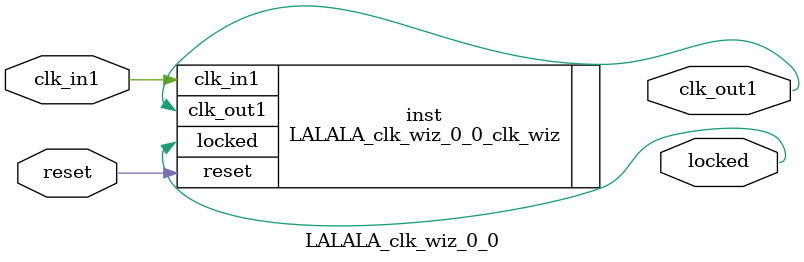
<source format=v>


`timescale 1ps/1ps

(* CORE_GENERATION_INFO = "LALALA_clk_wiz_0_0,clk_wiz_v6_0_11_0_0,{component_name=LALALA_clk_wiz_0_0,use_phase_alignment=true,use_min_o_jitter=false,use_max_i_jitter=false,use_dyn_phase_shift=false,use_inclk_switchover=false,use_dyn_reconfig=false,enable_axi=0,feedback_source=FDBK_AUTO,PRIMITIVE=MMCM,num_out_clk=1,clkin1_period=83.333,clkin2_period=10.0,use_power_down=false,use_reset=true,use_locked=true,use_inclk_stopped=false,feedback_type=SINGLE,CLOCK_MGR_TYPE=NA,manual_override=false}" *)

module LALALA_clk_wiz_0_0 
 (
  // Clock out ports
  output        clk_out1,
  // Status and control signals
  input         reset,
  output        locked,
 // Clock in ports
  input         clk_in1
 );

  LALALA_clk_wiz_0_0_clk_wiz inst
  (
  // Clock out ports  
  .clk_out1(clk_out1),
  // Status and control signals               
  .reset(reset), 
  .locked(locked),
 // Clock in ports
  .clk_in1(clk_in1)
  );

endmodule

</source>
